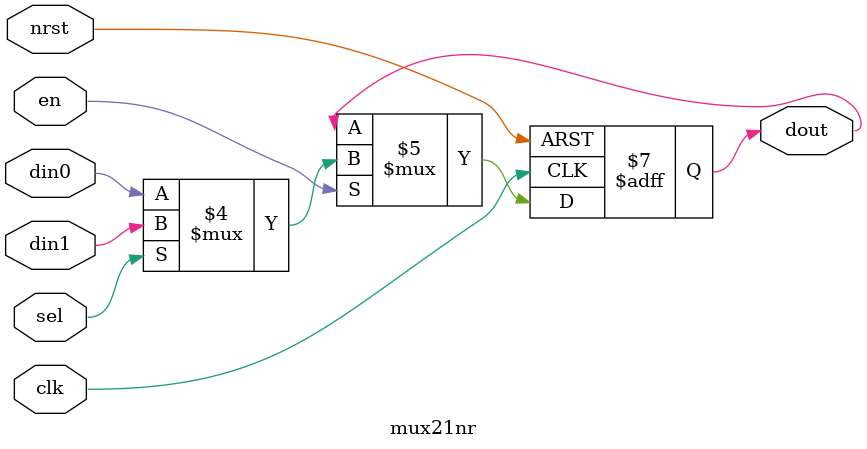
<source format=v>
`timescale 1ns/10ps

module mux21n(sel, din0, din1, dout);
    parameter width = 1;
    input sel;
    input [width-1:0] din0;
    input [width-1:0] din1;
    output [width-1:0] dout;
    
    assign dout = (0 == sel) ? din0 : din1;
endmodule

// 带输出寄存器的多路2选1
module mux21nr(nrst, clk, en, sel, din0, din1, dout);
    parameter width = 1;
    input nrst;
    input clk;
    input en;
    input sel;
    input [width-1:0] din0;
    input [width-1:0] din1;
    output reg [width-1:0] dout;
    
    always @(posedge clk or negedge nrst) begin
        if (~nrst) begin
            dout <= 0;
        end else if (en) begin
            dout <= (0 == sel) ? din0 : din1;
        end
    end
endmodule

</source>
